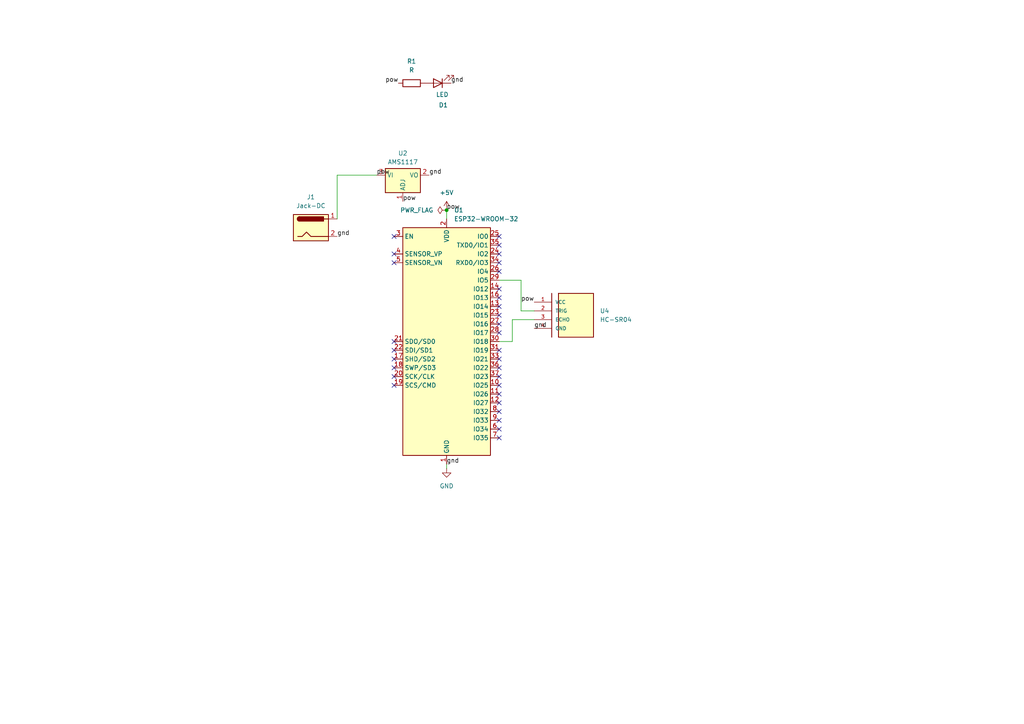
<source format=kicad_sch>
(kicad_sch
	(version 20250114)
	(generator "eeschema")
	(generator_version "9.0")
	(uuid "6c4ca9c7-c934-44a1-b0b7-1df31771ec1a")
	(paper "A4")
	(lib_symbols
		(symbol "Connector:Jack-DC"
			(pin_names
				(offset 1.016)
			)
			(exclude_from_sim no)
			(in_bom yes)
			(on_board yes)
			(property "Reference" "J"
				(at 0 5.334 0)
				(effects
					(font
						(size 1.27 1.27)
					)
				)
			)
			(property "Value" "Jack-DC"
				(at 0 -5.08 0)
				(effects
					(font
						(size 1.27 1.27)
					)
				)
			)
			(property "Footprint" ""
				(at 1.27 -1.016 0)
				(effects
					(font
						(size 1.27 1.27)
					)
					(hide yes)
				)
			)
			(property "Datasheet" "~"
				(at 1.27 -1.016 0)
				(effects
					(font
						(size 1.27 1.27)
					)
					(hide yes)
				)
			)
			(property "Description" "DC Barrel Jack"
				(at 0 0 0)
				(effects
					(font
						(size 1.27 1.27)
					)
					(hide yes)
				)
			)
			(property "ki_keywords" "DC power barrel jack connector"
				(at 0 0 0)
				(effects
					(font
						(size 1.27 1.27)
					)
					(hide yes)
				)
			)
			(property "ki_fp_filters" "BarrelJack*"
				(at 0 0 0)
				(effects
					(font
						(size 1.27 1.27)
					)
					(hide yes)
				)
			)
			(symbol "Jack-DC_0_1"
				(rectangle
					(start -5.08 3.81)
					(end 5.08 -3.81)
					(stroke
						(width 0.254)
						(type default)
					)
					(fill
						(type background)
					)
				)
				(polyline
					(pts
						(xy -3.81 -2.54) (xy -2.54 -2.54) (xy -1.27 -1.27) (xy 0 -2.54) (xy 2.54 -2.54) (xy 5.08 -2.54)
					)
					(stroke
						(width 0.254)
						(type default)
					)
					(fill
						(type none)
					)
				)
				(arc
					(start -3.302 1.905)
					(mid -3.9343 2.54)
					(end -3.302 3.175)
					(stroke
						(width 0.254)
						(type default)
					)
					(fill
						(type none)
					)
				)
				(arc
					(start -3.302 1.905)
					(mid -3.9343 2.54)
					(end -3.302 3.175)
					(stroke
						(width 0.254)
						(type default)
					)
					(fill
						(type outline)
					)
				)
				(rectangle
					(start 3.683 3.175)
					(end -3.302 1.905)
					(stroke
						(width 0.254)
						(type default)
					)
					(fill
						(type outline)
					)
				)
				(polyline
					(pts
						(xy 5.08 2.54) (xy 3.81 2.54)
					)
					(stroke
						(width 0.254)
						(type default)
					)
					(fill
						(type none)
					)
				)
			)
			(symbol "Jack-DC_1_1"
				(pin passive line
					(at 7.62 2.54 180)
					(length 2.54)
					(name "~"
						(effects
							(font
								(size 1.27 1.27)
							)
						)
					)
					(number "1"
						(effects
							(font
								(size 1.27 1.27)
							)
						)
					)
				)
				(pin passive line
					(at 7.62 -2.54 180)
					(length 2.54)
					(name "~"
						(effects
							(font
								(size 1.27 1.27)
							)
						)
					)
					(number "2"
						(effects
							(font
								(size 1.27 1.27)
							)
						)
					)
				)
			)
			(embedded_fonts no)
		)
		(symbol "Device:LED"
			(pin_numbers
				(hide yes)
			)
			(pin_names
				(offset 1.016)
				(hide yes)
			)
			(exclude_from_sim no)
			(in_bom yes)
			(on_board yes)
			(property "Reference" "D"
				(at 0 2.54 0)
				(effects
					(font
						(size 1.27 1.27)
					)
				)
			)
			(property "Value" "LED"
				(at 0 -2.54 0)
				(effects
					(font
						(size 1.27 1.27)
					)
				)
			)
			(property "Footprint" ""
				(at 0 0 0)
				(effects
					(font
						(size 1.27 1.27)
					)
					(hide yes)
				)
			)
			(property "Datasheet" "~"
				(at 0 0 0)
				(effects
					(font
						(size 1.27 1.27)
					)
					(hide yes)
				)
			)
			(property "Description" "Light emitting diode"
				(at 0 0 0)
				(effects
					(font
						(size 1.27 1.27)
					)
					(hide yes)
				)
			)
			(property "Sim.Pins" "1=K 2=A"
				(at 0 0 0)
				(effects
					(font
						(size 1.27 1.27)
					)
					(hide yes)
				)
			)
			(property "ki_keywords" "LED diode"
				(at 0 0 0)
				(effects
					(font
						(size 1.27 1.27)
					)
					(hide yes)
				)
			)
			(property "ki_fp_filters" "LED* LED_SMD:* LED_THT:*"
				(at 0 0 0)
				(effects
					(font
						(size 1.27 1.27)
					)
					(hide yes)
				)
			)
			(symbol "LED_0_1"
				(polyline
					(pts
						(xy -3.048 -0.762) (xy -4.572 -2.286) (xy -3.81 -2.286) (xy -4.572 -2.286) (xy -4.572 -1.524)
					)
					(stroke
						(width 0)
						(type default)
					)
					(fill
						(type none)
					)
				)
				(polyline
					(pts
						(xy -1.778 -0.762) (xy -3.302 -2.286) (xy -2.54 -2.286) (xy -3.302 -2.286) (xy -3.302 -1.524)
					)
					(stroke
						(width 0)
						(type default)
					)
					(fill
						(type none)
					)
				)
				(polyline
					(pts
						(xy -1.27 0) (xy 1.27 0)
					)
					(stroke
						(width 0)
						(type default)
					)
					(fill
						(type none)
					)
				)
				(polyline
					(pts
						(xy -1.27 -1.27) (xy -1.27 1.27)
					)
					(stroke
						(width 0.254)
						(type default)
					)
					(fill
						(type none)
					)
				)
				(polyline
					(pts
						(xy 1.27 -1.27) (xy 1.27 1.27) (xy -1.27 0) (xy 1.27 -1.27)
					)
					(stroke
						(width 0.254)
						(type default)
					)
					(fill
						(type none)
					)
				)
			)
			(symbol "LED_1_1"
				(pin passive line
					(at -3.81 0 0)
					(length 2.54)
					(name "K"
						(effects
							(font
								(size 1.27 1.27)
							)
						)
					)
					(number "1"
						(effects
							(font
								(size 1.27 1.27)
							)
						)
					)
				)
				(pin passive line
					(at 3.81 0 180)
					(length 2.54)
					(name "A"
						(effects
							(font
								(size 1.27 1.27)
							)
						)
					)
					(number "2"
						(effects
							(font
								(size 1.27 1.27)
							)
						)
					)
				)
			)
			(embedded_fonts no)
		)
		(symbol "Device:R"
			(pin_numbers
				(hide yes)
			)
			(pin_names
				(offset 0)
			)
			(exclude_from_sim no)
			(in_bom yes)
			(on_board yes)
			(property "Reference" "R"
				(at 2.032 0 90)
				(effects
					(font
						(size 1.27 1.27)
					)
				)
			)
			(property "Value" "R"
				(at 0 0 90)
				(effects
					(font
						(size 1.27 1.27)
					)
				)
			)
			(property "Footprint" ""
				(at -1.778 0 90)
				(effects
					(font
						(size 1.27 1.27)
					)
					(hide yes)
				)
			)
			(property "Datasheet" "~"
				(at 0 0 0)
				(effects
					(font
						(size 1.27 1.27)
					)
					(hide yes)
				)
			)
			(property "Description" "Resistor"
				(at 0 0 0)
				(effects
					(font
						(size 1.27 1.27)
					)
					(hide yes)
				)
			)
			(property "ki_keywords" "R res resistor"
				(at 0 0 0)
				(effects
					(font
						(size 1.27 1.27)
					)
					(hide yes)
				)
			)
			(property "ki_fp_filters" "R_*"
				(at 0 0 0)
				(effects
					(font
						(size 1.27 1.27)
					)
					(hide yes)
				)
			)
			(symbol "R_0_1"
				(rectangle
					(start -1.016 -2.54)
					(end 1.016 2.54)
					(stroke
						(width 0.254)
						(type default)
					)
					(fill
						(type none)
					)
				)
			)
			(symbol "R_1_1"
				(pin passive line
					(at 0 3.81 270)
					(length 1.27)
					(name "~"
						(effects
							(font
								(size 1.27 1.27)
							)
						)
					)
					(number "1"
						(effects
							(font
								(size 1.27 1.27)
							)
						)
					)
				)
				(pin passive line
					(at 0 -3.81 90)
					(length 1.27)
					(name "~"
						(effects
							(font
								(size 1.27 1.27)
							)
						)
					)
					(number "2"
						(effects
							(font
								(size 1.27 1.27)
							)
						)
					)
				)
			)
			(embedded_fonts no)
		)
		(symbol "HC-SR04:HC-SR04"
			(pin_names
				(offset 1.016)
			)
			(exclude_from_sim no)
			(in_bom yes)
			(on_board yes)
			(property "Reference" "U"
				(at 0 5.08 0)
				(effects
					(font
						(size 1.27 1.27)
					)
					(justify left bottom)
				)
			)
			(property "Value" "HC-SR04"
				(at 0 -10.16 0)
				(effects
					(font
						(size 1.27 1.27)
					)
					(justify left bottom)
				)
			)
			(property "Footprint" "XCVR_HC-SR04"
				(at 0 0 0)
				(effects
					(font
						(size 1.27 1.27)
					)
					(justify left bottom)
					(hide yes)
				)
			)
			(property "Datasheet" ""
				(at 0 0 0)
				(effects
					(font
						(size 1.27 1.27)
					)
					(justify left bottom)
					(hide yes)
				)
			)
			(property "Description" ""
				(at 0 0 0)
				(effects
					(font
						(size 1.27 1.27)
					)
					(hide yes)
				)
			)
			(property "MF" "SparkFun Electronics"
				(at 0 0 0)
				(effects
					(font
						(size 1.27 1.27)
					)
					(justify left bottom)
					(hide yes)
				)
			)
			(property "Description_1" "\\n                        \\n                            HC-SR04 Ultrasonic Sensor Qwiic Platform Evaluation Expansion Board\\n                        \\n"
				(at 0 0 0)
				(effects
					(font
						(size 1.27 1.27)
					)
					(justify left bottom)
					(hide yes)
				)
			)
			(property "Package" "None"
				(at 0 0 0)
				(effects
					(font
						(size 1.27 1.27)
					)
					(justify left bottom)
					(hide yes)
				)
			)
			(property "Price" "None"
				(at 0 0 0)
				(effects
					(font
						(size 1.27 1.27)
					)
					(justify left bottom)
					(hide yes)
				)
			)
			(property "Check_prices" "https://www.snapeda.com/parts/HC-SR04/SparkFun/view-part/?ref=eda"
				(at 0 0 0)
				(effects
					(font
						(size 1.27 1.27)
					)
					(justify left bottom)
					(hide yes)
				)
			)
			(property "SnapEDA_Link" "https://www.snapeda.com/parts/HC-SR04/SparkFun/view-part/?ref=snap"
				(at 0 0 0)
				(effects
					(font
						(size 1.27 1.27)
					)
					(justify left bottom)
					(hide yes)
				)
			)
			(property "MP" "HC-SR04"
				(at 0 0 0)
				(effects
					(font
						(size 1.27 1.27)
					)
					(justify left bottom)
					(hide yes)
				)
			)
			(property "Availability" "Not in stock"
				(at 0 0 0)
				(effects
					(font
						(size 1.27 1.27)
					)
					(justify left bottom)
					(hide yes)
				)
			)
			(property "MANUFACTURER" "Osepp"
				(at 0 0 0)
				(effects
					(font
						(size 1.27 1.27)
					)
					(justify left bottom)
					(hide yes)
				)
			)
			(property "ki_locked" ""
				(at 0 0 0)
				(effects
					(font
						(size 1.27 1.27)
					)
				)
			)
			(symbol "HC-SR04_0_0"
				(polyline
					(pts
						(xy 0 5.08) (xy 0 -7.62)
					)
					(stroke
						(width 0.254)
						(type solid)
					)
					(fill
						(type none)
					)
				)
				(rectangle
					(start 1.9558 -7.62)
					(end 12.1158 5.08)
					(stroke
						(width 0.254)
						(type solid)
					)
					(fill
						(type background)
					)
				)
				(pin power_in line
					(at -5.08 2.54 0)
					(length 5.08)
					(name "VCC"
						(effects
							(font
								(size 1.016 1.016)
							)
						)
					)
					(number "1"
						(effects
							(font
								(size 1.016 1.016)
							)
						)
					)
				)
				(pin bidirectional line
					(at -5.08 0 0)
					(length 5.08)
					(name "TRIG"
						(effects
							(font
								(size 1.016 1.016)
							)
						)
					)
					(number "2"
						(effects
							(font
								(size 1.016 1.016)
							)
						)
					)
				)
				(pin bidirectional line
					(at -5.08 -2.54 0)
					(length 5.08)
					(name "ECHO"
						(effects
							(font
								(size 1.016 1.016)
							)
						)
					)
					(number "3"
						(effects
							(font
								(size 1.016 1.016)
							)
						)
					)
				)
				(pin power_in line
					(at -5.08 -5.08 0)
					(length 5.08)
					(name "GND"
						(effects
							(font
								(size 1.016 1.016)
							)
						)
					)
					(number "4"
						(effects
							(font
								(size 1.016 1.016)
							)
						)
					)
				)
			)
			(embedded_fonts no)
		)
		(symbol "RF_Module:ESP32-WROOM-32"
			(exclude_from_sim no)
			(in_bom yes)
			(on_board yes)
			(property "Reference" "U"
				(at -12.7 34.29 0)
				(effects
					(font
						(size 1.27 1.27)
					)
					(justify left)
				)
			)
			(property "Value" "ESP32-WROOM-32"
				(at 1.27 34.29 0)
				(effects
					(font
						(size 1.27 1.27)
					)
					(justify left)
				)
			)
			(property "Footprint" "RF_Module:ESP32-WROOM-32"
				(at 0 -38.1 0)
				(effects
					(font
						(size 1.27 1.27)
					)
					(hide yes)
				)
			)
			(property "Datasheet" "https://www.espressif.com/sites/default/files/documentation/esp32-wroom-32_datasheet_en.pdf"
				(at -7.62 1.27 0)
				(effects
					(font
						(size 1.27 1.27)
					)
					(hide yes)
				)
			)
			(property "Description" "RF Module, ESP32-D0WDQ6 SoC, Wi-Fi 802.11b/g/n, Bluetooth, BLE, 32-bit, 2.7-3.6V, onboard antenna, SMD"
				(at 0 0 0)
				(effects
					(font
						(size 1.27 1.27)
					)
					(hide yes)
				)
			)
			(property "ki_keywords" "RF Radio BT ESP ESP32 Espressif onboard PCB antenna"
				(at 0 0 0)
				(effects
					(font
						(size 1.27 1.27)
					)
					(hide yes)
				)
			)
			(property "ki_fp_filters" "ESP32?WROOM?32*"
				(at 0 0 0)
				(effects
					(font
						(size 1.27 1.27)
					)
					(hide yes)
				)
			)
			(symbol "ESP32-WROOM-32_0_1"
				(rectangle
					(start -12.7 33.02)
					(end 12.7 -33.02)
					(stroke
						(width 0.254)
						(type default)
					)
					(fill
						(type background)
					)
				)
			)
			(symbol "ESP32-WROOM-32_1_1"
				(pin input line
					(at -15.24 30.48 0)
					(length 2.54)
					(name "EN"
						(effects
							(font
								(size 1.27 1.27)
							)
						)
					)
					(number "3"
						(effects
							(font
								(size 1.27 1.27)
							)
						)
					)
				)
				(pin input line
					(at -15.24 25.4 0)
					(length 2.54)
					(name "SENSOR_VP"
						(effects
							(font
								(size 1.27 1.27)
							)
						)
					)
					(number "4"
						(effects
							(font
								(size 1.27 1.27)
							)
						)
					)
				)
				(pin input line
					(at -15.24 22.86 0)
					(length 2.54)
					(name "SENSOR_VN"
						(effects
							(font
								(size 1.27 1.27)
							)
						)
					)
					(number "5"
						(effects
							(font
								(size 1.27 1.27)
							)
						)
					)
				)
				(pin bidirectional line
					(at -15.24 0 0)
					(length 2.54)
					(name "SDO/SD0"
						(effects
							(font
								(size 1.27 1.27)
							)
						)
					)
					(number "21"
						(effects
							(font
								(size 1.27 1.27)
							)
						)
					)
				)
				(pin bidirectional line
					(at -15.24 -2.54 0)
					(length 2.54)
					(name "SDI/SD1"
						(effects
							(font
								(size 1.27 1.27)
							)
						)
					)
					(number "22"
						(effects
							(font
								(size 1.27 1.27)
							)
						)
					)
				)
				(pin bidirectional line
					(at -15.24 -5.08 0)
					(length 2.54)
					(name "SHD/SD2"
						(effects
							(font
								(size 1.27 1.27)
							)
						)
					)
					(number "17"
						(effects
							(font
								(size 1.27 1.27)
							)
						)
					)
				)
				(pin bidirectional line
					(at -15.24 -7.62 0)
					(length 2.54)
					(name "SWP/SD3"
						(effects
							(font
								(size 1.27 1.27)
							)
						)
					)
					(number "18"
						(effects
							(font
								(size 1.27 1.27)
							)
						)
					)
				)
				(pin bidirectional line
					(at -15.24 -10.16 0)
					(length 2.54)
					(name "SCK/CLK"
						(effects
							(font
								(size 1.27 1.27)
							)
						)
					)
					(number "20"
						(effects
							(font
								(size 1.27 1.27)
							)
						)
					)
				)
				(pin bidirectional line
					(at -15.24 -12.7 0)
					(length 2.54)
					(name "SCS/CMD"
						(effects
							(font
								(size 1.27 1.27)
							)
						)
					)
					(number "19"
						(effects
							(font
								(size 1.27 1.27)
							)
						)
					)
				)
				(pin no_connect line
					(at -12.7 -27.94 0)
					(length 2.54)
					(hide yes)
					(name "NC"
						(effects
							(font
								(size 1.27 1.27)
							)
						)
					)
					(number "32"
						(effects
							(font
								(size 1.27 1.27)
							)
						)
					)
				)
				(pin power_in line
					(at 0 35.56 270)
					(length 2.54)
					(name "VDD"
						(effects
							(font
								(size 1.27 1.27)
							)
						)
					)
					(number "2"
						(effects
							(font
								(size 1.27 1.27)
							)
						)
					)
				)
				(pin power_in line
					(at 0 -35.56 90)
					(length 2.54)
					(name "GND"
						(effects
							(font
								(size 1.27 1.27)
							)
						)
					)
					(number "1"
						(effects
							(font
								(size 1.27 1.27)
							)
						)
					)
				)
				(pin passive line
					(at 0 -35.56 90)
					(length 2.54)
					(hide yes)
					(name "GND"
						(effects
							(font
								(size 1.27 1.27)
							)
						)
					)
					(number "15"
						(effects
							(font
								(size 1.27 1.27)
							)
						)
					)
				)
				(pin passive line
					(at 0 -35.56 90)
					(length 2.54)
					(hide yes)
					(name "GND"
						(effects
							(font
								(size 1.27 1.27)
							)
						)
					)
					(number "38"
						(effects
							(font
								(size 1.27 1.27)
							)
						)
					)
				)
				(pin passive line
					(at 0 -35.56 90)
					(length 2.54)
					(hide yes)
					(name "GND"
						(effects
							(font
								(size 1.27 1.27)
							)
						)
					)
					(number "39"
						(effects
							(font
								(size 1.27 1.27)
							)
						)
					)
				)
				(pin bidirectional line
					(at 15.24 30.48 180)
					(length 2.54)
					(name "IO0"
						(effects
							(font
								(size 1.27 1.27)
							)
						)
					)
					(number "25"
						(effects
							(font
								(size 1.27 1.27)
							)
						)
					)
				)
				(pin bidirectional line
					(at 15.24 27.94 180)
					(length 2.54)
					(name "TXD0/IO1"
						(effects
							(font
								(size 1.27 1.27)
							)
						)
					)
					(number "35"
						(effects
							(font
								(size 1.27 1.27)
							)
						)
					)
				)
				(pin bidirectional line
					(at 15.24 25.4 180)
					(length 2.54)
					(name "IO2"
						(effects
							(font
								(size 1.27 1.27)
							)
						)
					)
					(number "24"
						(effects
							(font
								(size 1.27 1.27)
							)
						)
					)
				)
				(pin bidirectional line
					(at 15.24 22.86 180)
					(length 2.54)
					(name "RXD0/IO3"
						(effects
							(font
								(size 1.27 1.27)
							)
						)
					)
					(number "34"
						(effects
							(font
								(size 1.27 1.27)
							)
						)
					)
				)
				(pin bidirectional line
					(at 15.24 20.32 180)
					(length 2.54)
					(name "IO4"
						(effects
							(font
								(size 1.27 1.27)
							)
						)
					)
					(number "26"
						(effects
							(font
								(size 1.27 1.27)
							)
						)
					)
				)
				(pin bidirectional line
					(at 15.24 17.78 180)
					(length 2.54)
					(name "IO5"
						(effects
							(font
								(size 1.27 1.27)
							)
						)
					)
					(number "29"
						(effects
							(font
								(size 1.27 1.27)
							)
						)
					)
				)
				(pin bidirectional line
					(at 15.24 15.24 180)
					(length 2.54)
					(name "IO12"
						(effects
							(font
								(size 1.27 1.27)
							)
						)
					)
					(number "14"
						(effects
							(font
								(size 1.27 1.27)
							)
						)
					)
				)
				(pin bidirectional line
					(at 15.24 12.7 180)
					(length 2.54)
					(name "IO13"
						(effects
							(font
								(size 1.27 1.27)
							)
						)
					)
					(number "16"
						(effects
							(font
								(size 1.27 1.27)
							)
						)
					)
				)
				(pin bidirectional line
					(at 15.24 10.16 180)
					(length 2.54)
					(name "IO14"
						(effects
							(font
								(size 1.27 1.27)
							)
						)
					)
					(number "13"
						(effects
							(font
								(size 1.27 1.27)
							)
						)
					)
				)
				(pin bidirectional line
					(at 15.24 7.62 180)
					(length 2.54)
					(name "IO15"
						(effects
							(font
								(size 1.27 1.27)
							)
						)
					)
					(number "23"
						(effects
							(font
								(size 1.27 1.27)
							)
						)
					)
				)
				(pin bidirectional line
					(at 15.24 5.08 180)
					(length 2.54)
					(name "IO16"
						(effects
							(font
								(size 1.27 1.27)
							)
						)
					)
					(number "27"
						(effects
							(font
								(size 1.27 1.27)
							)
						)
					)
				)
				(pin bidirectional line
					(at 15.24 2.54 180)
					(length 2.54)
					(name "IO17"
						(effects
							(font
								(size 1.27 1.27)
							)
						)
					)
					(number "28"
						(effects
							(font
								(size 1.27 1.27)
							)
						)
					)
				)
				(pin bidirectional line
					(at 15.24 0 180)
					(length 2.54)
					(name "IO18"
						(effects
							(font
								(size 1.27 1.27)
							)
						)
					)
					(number "30"
						(effects
							(font
								(size 1.27 1.27)
							)
						)
					)
				)
				(pin bidirectional line
					(at 15.24 -2.54 180)
					(length 2.54)
					(name "IO19"
						(effects
							(font
								(size 1.27 1.27)
							)
						)
					)
					(number "31"
						(effects
							(font
								(size 1.27 1.27)
							)
						)
					)
				)
				(pin bidirectional line
					(at 15.24 -5.08 180)
					(length 2.54)
					(name "IO21"
						(effects
							(font
								(size 1.27 1.27)
							)
						)
					)
					(number "33"
						(effects
							(font
								(size 1.27 1.27)
							)
						)
					)
				)
				(pin bidirectional line
					(at 15.24 -7.62 180)
					(length 2.54)
					(name "IO22"
						(effects
							(font
								(size 1.27 1.27)
							)
						)
					)
					(number "36"
						(effects
							(font
								(size 1.27 1.27)
							)
						)
					)
				)
				(pin bidirectional line
					(at 15.24 -10.16 180)
					(length 2.54)
					(name "IO23"
						(effects
							(font
								(size 1.27 1.27)
							)
						)
					)
					(number "37"
						(effects
							(font
								(size 1.27 1.27)
							)
						)
					)
				)
				(pin bidirectional line
					(at 15.24 -12.7 180)
					(length 2.54)
					(name "IO25"
						(effects
							(font
								(size 1.27 1.27)
							)
						)
					)
					(number "10"
						(effects
							(font
								(size 1.27 1.27)
							)
						)
					)
				)
				(pin bidirectional line
					(at 15.24 -15.24 180)
					(length 2.54)
					(name "IO26"
						(effects
							(font
								(size 1.27 1.27)
							)
						)
					)
					(number "11"
						(effects
							(font
								(size 1.27 1.27)
							)
						)
					)
				)
				(pin bidirectional line
					(at 15.24 -17.78 180)
					(length 2.54)
					(name "IO27"
						(effects
							(font
								(size 1.27 1.27)
							)
						)
					)
					(number "12"
						(effects
							(font
								(size 1.27 1.27)
							)
						)
					)
				)
				(pin bidirectional line
					(at 15.24 -20.32 180)
					(length 2.54)
					(name "IO32"
						(effects
							(font
								(size 1.27 1.27)
							)
						)
					)
					(number "8"
						(effects
							(font
								(size 1.27 1.27)
							)
						)
					)
				)
				(pin bidirectional line
					(at 15.24 -22.86 180)
					(length 2.54)
					(name "IO33"
						(effects
							(font
								(size 1.27 1.27)
							)
						)
					)
					(number "9"
						(effects
							(font
								(size 1.27 1.27)
							)
						)
					)
				)
				(pin input line
					(at 15.24 -25.4 180)
					(length 2.54)
					(name "IO34"
						(effects
							(font
								(size 1.27 1.27)
							)
						)
					)
					(number "6"
						(effects
							(font
								(size 1.27 1.27)
							)
						)
					)
				)
				(pin input line
					(at 15.24 -27.94 180)
					(length 2.54)
					(name "IO35"
						(effects
							(font
								(size 1.27 1.27)
							)
						)
					)
					(number "7"
						(effects
							(font
								(size 1.27 1.27)
							)
						)
					)
				)
			)
			(embedded_fonts no)
		)
		(symbol "Regulator_Linear:AMS1117"
			(exclude_from_sim no)
			(in_bom yes)
			(on_board yes)
			(property "Reference" "U"
				(at -3.81 3.175 0)
				(effects
					(font
						(size 1.27 1.27)
					)
				)
			)
			(property "Value" "AMS1117"
				(at 0 3.175 0)
				(effects
					(font
						(size 1.27 1.27)
					)
					(justify left)
				)
			)
			(property "Footprint" "Package_TO_SOT_SMD:SOT-223-3_TabPin2"
				(at 0 5.08 0)
				(effects
					(font
						(size 1.27 1.27)
					)
					(hide yes)
				)
			)
			(property "Datasheet" "http://www.advanced-monolithic.com/pdf/ds1117.pdf"
				(at 2.54 -6.35 0)
				(effects
					(font
						(size 1.27 1.27)
					)
					(hide yes)
				)
			)
			(property "Description" "1A Low Dropout regulator, positive, adjustable output, SOT-223"
				(at 0 0 0)
				(effects
					(font
						(size 1.27 1.27)
					)
					(hide yes)
				)
			)
			(property "ki_keywords" "linear regulator ldo adjustable positive"
				(at 0 0 0)
				(effects
					(font
						(size 1.27 1.27)
					)
					(hide yes)
				)
			)
			(property "ki_fp_filters" "SOT?223*TabPin2*"
				(at 0 0 0)
				(effects
					(font
						(size 1.27 1.27)
					)
					(hide yes)
				)
			)
			(symbol "AMS1117_0_1"
				(rectangle
					(start -5.08 -5.08)
					(end 5.08 1.905)
					(stroke
						(width 0.254)
						(type default)
					)
					(fill
						(type background)
					)
				)
			)
			(symbol "AMS1117_1_1"
				(pin power_in line
					(at -7.62 0 0)
					(length 2.54)
					(name "VI"
						(effects
							(font
								(size 1.27 1.27)
							)
						)
					)
					(number "3"
						(effects
							(font
								(size 1.27 1.27)
							)
						)
					)
				)
				(pin input line
					(at 0 -7.62 90)
					(length 2.54)
					(name "ADJ"
						(effects
							(font
								(size 1.27 1.27)
							)
						)
					)
					(number "1"
						(effects
							(font
								(size 1.27 1.27)
							)
						)
					)
				)
				(pin power_out line
					(at 7.62 0 180)
					(length 2.54)
					(name "VO"
						(effects
							(font
								(size 1.27 1.27)
							)
						)
					)
					(number "2"
						(effects
							(font
								(size 1.27 1.27)
							)
						)
					)
				)
			)
			(embedded_fonts no)
		)
		(symbol "power:+5V"
			(power)
			(pin_numbers
				(hide yes)
			)
			(pin_names
				(offset 0)
				(hide yes)
			)
			(exclude_from_sim no)
			(in_bom yes)
			(on_board yes)
			(property "Reference" "#PWR"
				(at 0 -3.81 0)
				(effects
					(font
						(size 1.27 1.27)
					)
					(hide yes)
				)
			)
			(property "Value" "+5V"
				(at 0 3.556 0)
				(effects
					(font
						(size 1.27 1.27)
					)
				)
			)
			(property "Footprint" ""
				(at 0 0 0)
				(effects
					(font
						(size 1.27 1.27)
					)
					(hide yes)
				)
			)
			(property "Datasheet" ""
				(at 0 0 0)
				(effects
					(font
						(size 1.27 1.27)
					)
					(hide yes)
				)
			)
			(property "Description" "Power symbol creates a global label with name \"+5V\""
				(at 0 0 0)
				(effects
					(font
						(size 1.27 1.27)
					)
					(hide yes)
				)
			)
			(property "ki_keywords" "global power"
				(at 0 0 0)
				(effects
					(font
						(size 1.27 1.27)
					)
					(hide yes)
				)
			)
			(symbol "+5V_0_1"
				(polyline
					(pts
						(xy -0.762 1.27) (xy 0 2.54)
					)
					(stroke
						(width 0)
						(type default)
					)
					(fill
						(type none)
					)
				)
				(polyline
					(pts
						(xy 0 2.54) (xy 0.762 1.27)
					)
					(stroke
						(width 0)
						(type default)
					)
					(fill
						(type none)
					)
				)
				(polyline
					(pts
						(xy 0 0) (xy 0 2.54)
					)
					(stroke
						(width 0)
						(type default)
					)
					(fill
						(type none)
					)
				)
			)
			(symbol "+5V_1_1"
				(pin power_in line
					(at 0 0 90)
					(length 0)
					(name "~"
						(effects
							(font
								(size 1.27 1.27)
							)
						)
					)
					(number "1"
						(effects
							(font
								(size 1.27 1.27)
							)
						)
					)
				)
			)
			(embedded_fonts no)
		)
		(symbol "power:GND"
			(power)
			(pin_numbers
				(hide yes)
			)
			(pin_names
				(offset 0)
				(hide yes)
			)
			(exclude_from_sim no)
			(in_bom yes)
			(on_board yes)
			(property "Reference" "#PWR"
				(at 0 -6.35 0)
				(effects
					(font
						(size 1.27 1.27)
					)
					(hide yes)
				)
			)
			(property "Value" "GND"
				(at 0 -3.81 0)
				(effects
					(font
						(size 1.27 1.27)
					)
				)
			)
			(property "Footprint" ""
				(at 0 0 0)
				(effects
					(font
						(size 1.27 1.27)
					)
					(hide yes)
				)
			)
			(property "Datasheet" ""
				(at 0 0 0)
				(effects
					(font
						(size 1.27 1.27)
					)
					(hide yes)
				)
			)
			(property "Description" "Power symbol creates a global label with name \"GND\" , ground"
				(at 0 0 0)
				(effects
					(font
						(size 1.27 1.27)
					)
					(hide yes)
				)
			)
			(property "ki_keywords" "global power"
				(at 0 0 0)
				(effects
					(font
						(size 1.27 1.27)
					)
					(hide yes)
				)
			)
			(symbol "GND_0_1"
				(polyline
					(pts
						(xy 0 0) (xy 0 -1.27) (xy 1.27 -1.27) (xy 0 -2.54) (xy -1.27 -1.27) (xy 0 -1.27)
					)
					(stroke
						(width 0)
						(type default)
					)
					(fill
						(type none)
					)
				)
			)
			(symbol "GND_1_1"
				(pin power_in line
					(at 0 0 270)
					(length 0)
					(name "~"
						(effects
							(font
								(size 1.27 1.27)
							)
						)
					)
					(number "1"
						(effects
							(font
								(size 1.27 1.27)
							)
						)
					)
				)
			)
			(embedded_fonts no)
		)
		(symbol "power:PWR_FLAG"
			(power)
			(pin_numbers
				(hide yes)
			)
			(pin_names
				(offset 0)
				(hide yes)
			)
			(exclude_from_sim no)
			(in_bom yes)
			(on_board yes)
			(property "Reference" "#FLG"
				(at 0 1.905 0)
				(effects
					(font
						(size 1.27 1.27)
					)
					(hide yes)
				)
			)
			(property "Value" "PWR_FLAG"
				(at 0 3.81 0)
				(effects
					(font
						(size 1.27 1.27)
					)
				)
			)
			(property "Footprint" ""
				(at 0 0 0)
				(effects
					(font
						(size 1.27 1.27)
					)
					(hide yes)
				)
			)
			(property "Datasheet" "~"
				(at 0 0 0)
				(effects
					(font
						(size 1.27 1.27)
					)
					(hide yes)
				)
			)
			(property "Description" "Special symbol for telling ERC where power comes from"
				(at 0 0 0)
				(effects
					(font
						(size 1.27 1.27)
					)
					(hide yes)
				)
			)
			(property "ki_keywords" "flag power"
				(at 0 0 0)
				(effects
					(font
						(size 1.27 1.27)
					)
					(hide yes)
				)
			)
			(symbol "PWR_FLAG_0_0"
				(pin power_out line
					(at 0 0 90)
					(length 0)
					(name "~"
						(effects
							(font
								(size 1.27 1.27)
							)
						)
					)
					(number "1"
						(effects
							(font
								(size 1.27 1.27)
							)
						)
					)
				)
			)
			(symbol "PWR_FLAG_0_1"
				(polyline
					(pts
						(xy 0 0) (xy 0 1.27) (xy -1.016 1.905) (xy 0 2.54) (xy 1.016 1.905) (xy 0 1.27)
					)
					(stroke
						(width 0)
						(type default)
					)
					(fill
						(type none)
					)
				)
			)
			(embedded_fonts no)
		)
	)
	(junction
		(at 129.54 60.96)
		(diameter 0)
		(color 0 0 0 0)
		(uuid "d4e9859c-034c-4d2e-85ec-c062863f91d0")
	)
	(no_connect
		(at 144.78 88.9)
		(uuid "029a75b5-3b2d-45db-b623-849d3755fc95")
	)
	(no_connect
		(at 144.78 109.22)
		(uuid "0746e87c-8aff-49e3-9d60-a4a8166e60d9")
	)
	(no_connect
		(at 114.3 111.76)
		(uuid "0bcb4b17-a698-46ef-9035-905a76a5d0f5")
	)
	(no_connect
		(at 144.78 114.3)
		(uuid "0bf72008-e39d-45ae-83d7-ebdb9995393f")
	)
	(no_connect
		(at 144.78 78.74)
		(uuid "0cb952ee-47cc-4076-98ed-4ed5301f018a")
	)
	(no_connect
		(at 144.78 73.66)
		(uuid "0f6e59b1-84e5-4411-8ecb-67105af51944")
	)
	(no_connect
		(at 144.78 121.92)
		(uuid "12896695-a137-4be6-aceb-f8e88f910fee")
	)
	(no_connect
		(at 114.3 73.66)
		(uuid "1e9ca2eb-fe3d-4ea0-8084-6783d324872d")
	)
	(no_connect
		(at 144.78 91.44)
		(uuid "258d1e12-ca5c-488f-b0d3-11dedac06d82")
	)
	(no_connect
		(at 144.78 96.52)
		(uuid "29c529aa-bd91-43c6-9a3d-d224bbd5ff0d")
	)
	(no_connect
		(at 144.78 104.14)
		(uuid "30131d11-9ddf-43bf-98b5-679ca44c87bf")
	)
	(no_connect
		(at 114.3 104.14)
		(uuid "3d1220da-bb8e-4746-99c9-ab6d22a257ec")
	)
	(no_connect
		(at 144.78 83.82)
		(uuid "3dec5dcb-dc10-4143-a773-82c0f3a17d06")
	)
	(no_connect
		(at 144.78 76.2)
		(uuid "42362d42-126a-4475-8a4c-af7fd2203a07")
	)
	(no_connect
		(at 144.78 111.76)
		(uuid "4524b5a7-d62c-4d1e-98d4-f54464882c86")
	)
	(no_connect
		(at 144.78 68.58)
		(uuid "4ed65b9b-badb-4927-8c7c-30f416502110")
	)
	(no_connect
		(at 144.78 124.46)
		(uuid "628a998b-dd46-44c1-9287-65ad4bb05e1e")
	)
	(no_connect
		(at 144.78 101.6)
		(uuid "6a689c49-0145-4114-a382-9d4541ad9c04")
	)
	(no_connect
		(at 144.78 93.98)
		(uuid "6da149b0-db2d-48df-b268-0de4237e629a")
	)
	(no_connect
		(at 114.3 109.22)
		(uuid "70b2121b-0f0e-4553-818d-ac1e3f73dfe5")
	)
	(no_connect
		(at 114.3 76.2)
		(uuid "72b24205-58cf-44d0-8cbf-c86b35939254")
	)
	(no_connect
		(at 114.3 101.6)
		(uuid "7667ef57-2579-4e4c-b157-91cf94612fe0")
	)
	(no_connect
		(at 114.3 68.58)
		(uuid "95133517-e0a6-4f9e-9973-4042daeebf25")
	)
	(no_connect
		(at 144.78 119.38)
		(uuid "977ec389-34c9-4740-8fc1-fc42cc3b0da6")
	)
	(no_connect
		(at 144.78 106.68)
		(uuid "a6457438-c9f8-407e-83ab-a58ba4c18522")
	)
	(no_connect
		(at 144.78 86.36)
		(uuid "a90db196-d4fd-4902-bf55-57c799151895")
	)
	(no_connect
		(at 114.3 106.68)
		(uuid "aed52906-0bf1-470c-9b59-9e6a383a0f2e")
	)
	(no_connect
		(at 144.78 127)
		(uuid "c1b1ead9-d0c6-4488-8e80-6e7b81102df4")
	)
	(no_connect
		(at 144.78 71.12)
		(uuid "c7232bad-f8de-4979-a938-08b8eb8b8cc1")
	)
	(no_connect
		(at 144.78 116.84)
		(uuid "d3bfbd8d-084f-415f-a420-dd2757d725e9")
	)
	(no_connect
		(at 114.3 99.06)
		(uuid "e034deec-95fe-4adf-9267-3585284aeaaf")
	)
	(wire
		(pts
			(xy 144.78 99.06) (xy 148.59 99.06)
		)
		(stroke
			(width 0)
			(type default)
		)
		(uuid "08976765-b530-47cc-aae8-a3a5b4700f2f")
	)
	(wire
		(pts
			(xy 129.54 134.62) (xy 129.54 135.89)
		)
		(stroke
			(width 0)
			(type default)
		)
		(uuid "0ec8c496-ab8a-4a49-a055-66098a8e823a")
	)
	(wire
		(pts
			(xy 129.54 60.96) (xy 129.54 63.5)
		)
		(stroke
			(width 0)
			(type default)
		)
		(uuid "23e90cfc-3a7a-4d3a-9fdd-906ff1f17c7f")
	)
	(wire
		(pts
			(xy 151.13 81.28) (xy 151.13 90.17)
		)
		(stroke
			(width 0)
			(type default)
		)
		(uuid "61fa2c5a-3074-46b7-ab64-7c235adbcfbe")
	)
	(wire
		(pts
			(xy 148.59 99.06) (xy 148.59 92.71)
		)
		(stroke
			(width 0)
			(type default)
		)
		(uuid "81ccc7bb-9bd0-4b2e-ba52-c9a63740c17c")
	)
	(wire
		(pts
			(xy 97.79 63.5) (xy 97.79 50.8)
		)
		(stroke
			(width 0)
			(type default)
		)
		(uuid "8eb9f093-927e-43e2-ba80-f9544ed9d05a")
	)
	(wire
		(pts
			(xy 144.78 81.28) (xy 151.13 81.28)
		)
		(stroke
			(width 0)
			(type default)
		)
		(uuid "be0b80dd-cc51-4d6b-afc9-0074c1d294cc")
	)
	(wire
		(pts
			(xy 148.59 92.71) (xy 154.94 92.71)
		)
		(stroke
			(width 0)
			(type default)
		)
		(uuid "e0891c2c-632a-4ea0-bbd0-45bbd412c09b")
	)
	(wire
		(pts
			(xy 97.79 50.8) (xy 109.22 50.8)
		)
		(stroke
			(width 0)
			(type default)
		)
		(uuid "f4be75b0-0abd-4662-bda7-4d5540edc393")
	)
	(wire
		(pts
			(xy 151.13 90.17) (xy 154.94 90.17)
		)
		(stroke
			(width 0)
			(type default)
		)
		(uuid "fda163c3-3e44-48d2-9823-87dc92a30ffe")
	)
	(label "gnd"
		(at 154.94 95.25 0)
		(effects
			(font
				(size 1.27 1.27)
			)
			(justify left bottom)
		)
		(uuid "16373be0-faaf-48ff-bae5-faba8bf6570d")
	)
	(label "pow"
		(at 115.57 24.13 180)
		(effects
			(font
				(size 1.27 1.27)
			)
			(justify right bottom)
		)
		(uuid "1969d79c-0107-4550-af9d-0db80089f0b6")
	)
	(label "gnd"
		(at 129.54 134.62 0)
		(effects
			(font
				(size 1.27 1.27)
			)
			(justify left bottom)
		)
		(uuid "269e5cd3-ea52-4b88-9dc3-e3cc6510b0a4")
	)
	(label "pow"
		(at 109.22 50.8 0)
		(effects
			(font
				(size 1.27 1.27)
			)
			(justify left bottom)
		)
		(uuid "4e77bbc3-55f8-4a25-b075-7c59b0b91d68")
	)
	(label "gnd"
		(at 124.46 50.8 0)
		(effects
			(font
				(size 1.27 1.27)
			)
			(justify left bottom)
		)
		(uuid "53920091-e86d-47a0-bccb-d20216267363")
	)
	(label "pow"
		(at 154.94 87.63 180)
		(effects
			(font
				(size 1.27 1.27)
			)
			(justify right bottom)
		)
		(uuid "58938192-9e68-463c-9a6a-66951c081d3f")
	)
	(label "gnd"
		(at 130.81 24.13 0)
		(effects
			(font
				(size 1.27 1.27)
			)
			(justify left bottom)
		)
		(uuid "59b099f4-e953-4c2a-9099-fbd41560b6bc")
	)
	(label "gnd"
		(at 97.79 68.58 0)
		(effects
			(font
				(size 1.27 1.27)
			)
			(justify left bottom)
		)
		(uuid "953feef5-a45a-41e8-aadb-c7d150ba4e6e")
	)
	(label "pow"
		(at 129.54 60.96 0)
		(effects
			(font
				(size 1.27 1.27)
			)
			(justify left bottom)
		)
		(uuid "f26de45f-4f99-4b46-95a6-ecc3087f8412")
	)
	(label "pow"
		(at 116.84 58.42 0)
		(effects
			(font
				(size 1.27 1.27)
			)
			(justify left bottom)
		)
		(uuid "fc3fabc5-fc58-4f1d-a54f-864e4bf47feb")
	)
	(symbol
		(lib_id "Regulator_Linear:AMS1117")
		(at 116.84 50.8 0)
		(unit 1)
		(exclude_from_sim no)
		(in_bom yes)
		(on_board yes)
		(dnp no)
		(fields_autoplaced yes)
		(uuid "0bb15e44-58f9-4aa7-bfad-d0cea5b5e0ca")
		(property "Reference" "U2"
			(at 116.84 44.45 0)
			(effects
				(font
					(size 1.27 1.27)
				)
			)
		)
		(property "Value" "AMS1117"
			(at 116.84 46.99 0)
			(effects
				(font
					(size 1.27 1.27)
				)
			)
		)
		(property "Footprint" "Package_TO_SOT_SMD:SOT-223-3_TabPin2"
			(at 116.84 45.72 0)
			(effects
				(font
					(size 1.27 1.27)
				)
				(hide yes)
			)
		)
		(property "Datasheet" "http://www.advanced-monolithic.com/pdf/ds1117.pdf"
			(at 119.38 57.15 0)
			(effects
				(font
					(size 1.27 1.27)
				)
				(hide yes)
			)
		)
		(property "Description" "1A Low Dropout regulator, positive, adjustable output, SOT-223"
			(at 116.84 50.8 0)
			(effects
				(font
					(size 1.27 1.27)
				)
				(hide yes)
			)
		)
		(pin "2"
			(uuid "54f3003c-9660-4c4c-89ad-a3950332754d")
		)
		(pin "1"
			(uuid "c2178c03-d561-4123-a95b-bfdc49ce0aa9")
		)
		(pin "3"
			(uuid "f1cde183-f90a-40f3-a1ec-7ea23131ca17")
		)
		(instances
			(project ""
				(path "/6c4ca9c7-c934-44a1-b0b7-1df31771ec1a"
					(reference "U2")
					(unit 1)
				)
			)
		)
	)
	(symbol
		(lib_id "power:PWR_FLAG")
		(at 129.54 60.96 90)
		(unit 1)
		(exclude_from_sim no)
		(in_bom yes)
		(on_board yes)
		(dnp no)
		(fields_autoplaced yes)
		(uuid "0e53bb54-5a00-428a-8d92-9cf231c766d7")
		(property "Reference" "#FLG01"
			(at 127.635 60.96 0)
			(effects
				(font
					(size 1.27 1.27)
				)
				(hide yes)
			)
		)
		(property "Value" "PWR_FLAG"
			(at 125.73 60.9599 90)
			(effects
				(font
					(size 1.27 1.27)
				)
				(justify left)
			)
		)
		(property "Footprint" ""
			(at 129.54 60.96 0)
			(effects
				(font
					(size 1.27 1.27)
				)
				(hide yes)
			)
		)
		(property "Datasheet" "~"
			(at 129.54 60.96 0)
			(effects
				(font
					(size 1.27 1.27)
				)
				(hide yes)
			)
		)
		(property "Description" "Special symbol for telling ERC where power comes from"
			(at 129.54 60.96 0)
			(effects
				(font
					(size 1.27 1.27)
				)
				(hide yes)
			)
		)
		(pin "1"
			(uuid "6bd52f3b-19ef-4c63-9922-4fd94fce596b")
		)
		(instances
			(project ""
				(path "/6c4ca9c7-c934-44a1-b0b7-1df31771ec1a"
					(reference "#FLG01")
					(unit 1)
				)
			)
		)
	)
	(symbol
		(lib_id "RF_Module:ESP32-WROOM-32")
		(at 129.54 99.06 0)
		(unit 1)
		(exclude_from_sim no)
		(in_bom yes)
		(on_board yes)
		(dnp no)
		(fields_autoplaced yes)
		(uuid "151d389d-b669-49ec-898d-e28da2b62678")
		(property "Reference" "U1"
			(at 131.6833 60.96 0)
			(effects
				(font
					(size 1.27 1.27)
				)
				(justify left)
			)
		)
		(property "Value" "ESP32-WROOM-32"
			(at 131.6833 63.5 0)
			(effects
				(font
					(size 1.27 1.27)
				)
				(justify left)
			)
		)
		(property "Footprint" "RF_Module:ESP32-WROOM-32"
			(at 129.54 137.16 0)
			(effects
				(font
					(size 1.27 1.27)
				)
				(hide yes)
			)
		)
		(property "Datasheet" "https://www.espressif.com/sites/default/files/documentation/esp32-wroom-32_datasheet_en.pdf"
			(at 121.92 97.79 0)
			(effects
				(font
					(size 1.27 1.27)
				)
				(hide yes)
			)
		)
		(property "Description" "RF Module, ESP32-D0WDQ6 SoC, Wi-Fi 802.11b/g/n, Bluetooth, BLE, 32-bit, 2.7-3.6V, onboard antenna, SMD"
			(at 129.54 99.06 0)
			(effects
				(font
					(size 1.27 1.27)
				)
				(hide yes)
			)
		)
		(pin "4"
			(uuid "28fa91a3-1797-4fc7-a5d0-8fd58d6e3fce")
		)
		(pin "3"
			(uuid "1e5aa0cc-482a-4180-903f-8108867d2772")
		)
		(pin "38"
			(uuid "5c816a4d-8dec-44da-a671-524e41c0c453")
		)
		(pin "23"
			(uuid "01db7f6b-c14d-40b4-bb57-4e0db877cb32")
		)
		(pin "28"
			(uuid "46503ae1-68dd-429e-995f-ff4c83338bff")
		)
		(pin "31"
			(uuid "639a87e5-4104-432b-b85c-30eb96d1e381")
		)
		(pin "36"
			(uuid "dd970875-f2cb-403f-a689-419ea075cc55")
		)
		(pin "13"
			(uuid "d5702ca9-05ce-47e9-8d40-22245d726a7f")
		)
		(pin "34"
			(uuid "17230934-bd5c-4992-b741-4cc3f2bbf860")
		)
		(pin "22"
			(uuid "b80ffddd-0a79-4c22-b41a-b6732d331c6c")
		)
		(pin "26"
			(uuid "e6585dee-2cb9-4eda-a356-1d88d9dd1700")
		)
		(pin "17"
			(uuid "9758084d-bc41-429b-92c1-a222b0b8bef3")
		)
		(pin "1"
			(uuid "7f116fcd-bf4f-4672-8cf9-93c870ee6dbc")
		)
		(pin "5"
			(uuid "4884e490-e191-43f5-a308-9f9b550fddb9")
		)
		(pin "32"
			(uuid "55052e27-d4fc-4778-bb16-ad41a0b26466")
		)
		(pin "35"
			(uuid "1347a9eb-942f-45e5-b77f-406a2dc922ed")
		)
		(pin "20"
			(uuid "94d4f790-7762-4ca5-80ea-2ea2cae0ee75")
		)
		(pin "19"
			(uuid "f423795e-28d3-4271-99c5-05004106612e")
		)
		(pin "2"
			(uuid "4985f9ca-763d-40c2-b96e-3dbea60d0b95")
		)
		(pin "15"
			(uuid "39e16c49-075a-4bbd-a3bd-980067844365")
		)
		(pin "39"
			(uuid "e7a76b6b-f84c-4336-adcb-8807b2434a68")
		)
		(pin "25"
			(uuid "32266e15-28c5-41ae-8197-59f60fbff17d")
		)
		(pin "14"
			(uuid "c9c3133b-9fb4-4414-8ac2-bcef7e8e53bf")
		)
		(pin "29"
			(uuid "ee5b2899-c286-4579-96e2-c3542599056a")
		)
		(pin "21"
			(uuid "248dc26a-2e61-4d6b-9ee9-618bec3d946e")
		)
		(pin "18"
			(uuid "6ef68b11-950b-4fd7-9ef0-789123c009ce")
		)
		(pin "24"
			(uuid "9bbfa695-b9a1-4379-afaf-370e467e02f4")
		)
		(pin "16"
			(uuid "64e65249-2e3d-4345-a2bb-b75f9c539211")
		)
		(pin "27"
			(uuid "4c33a720-dee8-4494-bb57-c76359408160")
		)
		(pin "30"
			(uuid "54ed2c87-75d4-493c-a8d6-1d63f62b231a")
		)
		(pin "33"
			(uuid "4885deae-33e6-4fdf-83fd-49c203a26a6b")
		)
		(pin "12"
			(uuid "eb08efe0-11e5-4cb5-8ae9-f6752c98b696")
		)
		(pin "8"
			(uuid "0fbc3820-ac5d-4334-9de1-d58a53ec0c47")
		)
		(pin "37"
			(uuid "de03f792-1715-435f-b929-f8fd6209861d")
		)
		(pin "10"
			(uuid "adaa2148-d900-4d26-a156-eff84b6356df")
		)
		(pin "6"
			(uuid "6d0f257b-54bc-4504-a63d-406e32dc4b05")
		)
		(pin "9"
			(uuid "22d64c7f-b9ca-4080-90c6-0063be67238b")
		)
		(pin "7"
			(uuid "bd0685ce-02ae-4ed2-ae7b-9f600592b3c4")
		)
		(pin "11"
			(uuid "1040f0b4-a1a7-4c66-b34d-91463a3c5152")
		)
		(instances
			(project ""
				(path "/6c4ca9c7-c934-44a1-b0b7-1df31771ec1a"
					(reference "U1")
					(unit 1)
				)
			)
		)
	)
	(symbol
		(lib_id "Device:LED")
		(at 127 24.13 180)
		(unit 1)
		(exclude_from_sim no)
		(in_bom yes)
		(on_board yes)
		(dnp no)
		(uuid "2048e16d-7122-403a-b129-a8db75f81b6c")
		(property "Reference" "D1"
			(at 128.5875 30.48 0)
			(effects
				(font
					(size 1.27 1.27)
				)
			)
		)
		(property "Value" "LED"
			(at 128.27 27.432 0)
			(effects
				(font
					(size 1.27 1.27)
				)
			)
		)
		(property "Footprint" "LED_THT:LED_D5.0mm"
			(at 127 24.13 0)
			(effects
				(font
					(size 1.27 1.27)
				)
				(hide yes)
			)
		)
		(property "Datasheet" "~"
			(at 127 24.13 0)
			(effects
				(font
					(size 1.27 1.27)
				)
				(hide yes)
			)
		)
		(property "Description" "Light emitting diode"
			(at 127 24.13 0)
			(effects
				(font
					(size 1.27 1.27)
				)
				(hide yes)
			)
		)
		(property "Sim.Pins" "1=K 2=A"
			(at 127 24.13 0)
			(effects
				(font
					(size 1.27 1.27)
				)
				(hide yes)
			)
		)
		(pin "1"
			(uuid "8963a03b-560e-4e02-9d11-6cc4754a5dda")
		)
		(pin "2"
			(uuid "c5e23269-50aa-414b-bc3a-c00236b0ed24")
		)
		(instances
			(project ""
				(path "/6c4ca9c7-c934-44a1-b0b7-1df31771ec1a"
					(reference "D1")
					(unit 1)
				)
			)
		)
	)
	(symbol
		(lib_id "Connector:Jack-DC")
		(at 90.17 66.04 0)
		(unit 1)
		(exclude_from_sim no)
		(in_bom yes)
		(on_board yes)
		(dnp no)
		(fields_autoplaced yes)
		(uuid "24251cb9-aa21-41c9-a98d-7d11aaba37f9")
		(property "Reference" "J1"
			(at 90.17 57.15 0)
			(effects
				(font
					(size 1.27 1.27)
				)
			)
		)
		(property "Value" "Jack-DC"
			(at 90.17 59.69 0)
			(effects
				(font
					(size 1.27 1.27)
				)
			)
		)
		(property "Footprint" "Connector_BarrelJack:BarrelJack_CUI_PJ-036AH-SMT_Horizontal"
			(at 91.44 67.056 0)
			(effects
				(font
					(size 1.27 1.27)
				)
				(hide yes)
			)
		)
		(property "Datasheet" "~"
			(at 91.44 67.056 0)
			(effects
				(font
					(size 1.27 1.27)
				)
				(hide yes)
			)
		)
		(property "Description" "DC Barrel Jack"
			(at 90.17 66.04 0)
			(effects
				(font
					(size 1.27 1.27)
				)
				(hide yes)
			)
		)
		(pin "2"
			(uuid "89399efc-87ed-4b66-aa81-ac4cde590d24")
		)
		(pin "1"
			(uuid "29f3edab-4349-4bdf-aef7-00e65bf77016")
		)
		(instances
			(project ""
				(path "/6c4ca9c7-c934-44a1-b0b7-1df31771ec1a"
					(reference "J1")
					(unit 1)
				)
			)
		)
	)
	(symbol
		(lib_id "power:+5V")
		(at 129.54 60.96 0)
		(unit 1)
		(exclude_from_sim no)
		(in_bom yes)
		(on_board yes)
		(dnp no)
		(fields_autoplaced yes)
		(uuid "65692713-41e7-4acb-ab34-3e4b396f90a6")
		(property "Reference" "#PWR01"
			(at 129.54 64.77 0)
			(effects
				(font
					(size 1.27 1.27)
				)
				(hide yes)
			)
		)
		(property "Value" "+5V"
			(at 129.54 55.88 0)
			(effects
				(font
					(size 1.27 1.27)
				)
			)
		)
		(property "Footprint" ""
			(at 129.54 60.96 0)
			(effects
				(font
					(size 1.27 1.27)
				)
				(hide yes)
			)
		)
		(property "Datasheet" ""
			(at 129.54 60.96 0)
			(effects
				(font
					(size 1.27 1.27)
				)
				(hide yes)
			)
		)
		(property "Description" "Power symbol creates a global label with name \"+5V\""
			(at 129.54 60.96 0)
			(effects
				(font
					(size 1.27 1.27)
				)
				(hide yes)
			)
		)
		(pin "1"
			(uuid "39e17c7a-ca23-47a7-9495-563e9e770481")
		)
		(instances
			(project ""
				(path "/6c4ca9c7-c934-44a1-b0b7-1df31771ec1a"
					(reference "#PWR01")
					(unit 1)
				)
			)
		)
	)
	(symbol
		(lib_id "HC-SR04:HC-SR04")
		(at 160.02 90.17 0)
		(unit 1)
		(exclude_from_sim no)
		(in_bom yes)
		(on_board yes)
		(dnp no)
		(fields_autoplaced yes)
		(uuid "6cdad989-d0ef-442c-9b15-03203704e3e1")
		(property "Reference" "U4"
			(at 173.99 90.1699 0)
			(effects
				(font
					(size 1.27 1.27)
				)
				(justify left)
			)
		)
		(property "Value" "HC-SR04"
			(at 173.99 92.7099 0)
			(effects
				(font
					(size 1.27 1.27)
				)
				(justify left)
			)
		)
		(property "Footprint" "Connector_Pin:Pin_D1.1mm_L10.2mm_W3.5mm_Flat"
			(at 160.02 90.17 0)
			(effects
				(font
					(size 1.27 1.27)
				)
				(justify left bottom)
				(hide yes)
			)
		)
		(property "Datasheet" ""
			(at 160.02 90.17 0)
			(effects
				(font
					(size 1.27 1.27)
				)
				(justify left bottom)
				(hide yes)
			)
		)
		(property "Description" ""
			(at 160.02 90.17 0)
			(effects
				(font
					(size 1.27 1.27)
				)
				(hide yes)
			)
		)
		(property "MF" "SparkFun Electronics"
			(at 160.02 90.17 0)
			(effects
				(font
					(size 1.27 1.27)
				)
				(justify left bottom)
				(hide yes)
			)
		)
		(property "Description_1" "\\n                        \\n                            HC-SR04 Ultrasonic Sensor Qwiic Platform Evaluation Expansion Board\\n                        \\n"
			(at 160.02 90.17 0)
			(effects
				(font
					(size 1.27 1.27)
				)
				(justify left bottom)
				(hide yes)
			)
		)
		(property "Package" "None"
			(at 160.02 90.17 0)
			(effects
				(font
					(size 1.27 1.27)
				)
				(justify left bottom)
				(hide yes)
			)
		)
		(property "Price" "None"
			(at 160.02 90.17 0)
			(effects
				(font
					(size 1.27 1.27)
				)
				(justify left bottom)
				(hide yes)
			)
		)
		(property "Check_prices" "https://www.snapeda.com/parts/HC-SR04/SparkFun/view-part/?ref=eda"
			(at 160.02 90.17 0)
			(effects
				(font
					(size 1.27 1.27)
				)
				(justify left bottom)
				(hide yes)
			)
		)
		(property "SnapEDA_Link" "https://www.snapeda.com/parts/HC-SR04/SparkFun/view-part/?ref=snap"
			(at 160.02 90.17 0)
			(effects
				(font
					(size 1.27 1.27)
				)
				(justify left bottom)
				(hide yes)
			)
		)
		(property "MP" "HC-SR04"
			(at 160.02 90.17 0)
			(effects
				(font
					(size 1.27 1.27)
				)
				(justify left bottom)
				(hide yes)
			)
		)
		(property "Availability" "Not in stock"
			(at 160.02 90.17 0)
			(effects
				(font
					(size 1.27 1.27)
				)
				(justify left bottom)
				(hide yes)
			)
		)
		(property "MANUFACTURER" "Osepp"
			(at 160.02 90.17 0)
			(effects
				(font
					(size 1.27 1.27)
				)
				(justify left bottom)
				(hide yes)
			)
		)
		(pin "2"
			(uuid "00a4496d-e156-40d1-a735-0c9cd93a591a")
		)
		(pin "1"
			(uuid "676c99a8-ce2f-4fc2-9a2a-07f1794d6024")
		)
		(pin "3"
			(uuid "ec662fa0-bd46-41d7-9388-9290662535ef")
		)
		(pin "4"
			(uuid "0d1eebd7-27ca-486f-8d76-a69c5698591f")
		)
		(instances
			(project ""
				(path "/6c4ca9c7-c934-44a1-b0b7-1df31771ec1a"
					(reference "U4")
					(unit 1)
				)
			)
		)
	)
	(symbol
		(lib_id "power:GND")
		(at 129.54 135.89 0)
		(unit 1)
		(exclude_from_sim no)
		(in_bom yes)
		(on_board yes)
		(dnp no)
		(fields_autoplaced yes)
		(uuid "e5e7e139-c3be-4b62-a1f2-be1407b8312a")
		(property "Reference" "#PWR02"
			(at 129.54 142.24 0)
			(effects
				(font
					(size 1.27 1.27)
				)
				(hide yes)
			)
		)
		(property "Value" "GND"
			(at 129.54 140.97 0)
			(effects
				(font
					(size 1.27 1.27)
				)
			)
		)
		(property "Footprint" ""
			(at 129.54 135.89 0)
			(effects
				(font
					(size 1.27 1.27)
				)
				(hide yes)
			)
		)
		(property "Datasheet" ""
			(at 129.54 135.89 0)
			(effects
				(font
					(size 1.27 1.27)
				)
				(hide yes)
			)
		)
		(property "Description" "Power symbol creates a global label with name \"GND\" , ground"
			(at 129.54 135.89 0)
			(effects
				(font
					(size 1.27 1.27)
				)
				(hide yes)
			)
		)
		(pin "1"
			(uuid "3053255a-858d-4326-8267-a528980b9b19")
		)
		(instances
			(project ""
				(path "/6c4ca9c7-c934-44a1-b0b7-1df31771ec1a"
					(reference "#PWR02")
					(unit 1)
				)
			)
		)
	)
	(symbol
		(lib_id "Device:R")
		(at 119.38 24.13 90)
		(unit 1)
		(exclude_from_sim no)
		(in_bom yes)
		(on_board yes)
		(dnp no)
		(fields_autoplaced yes)
		(uuid "fb279fee-ead6-4ce6-b388-d82f9a6392e9")
		(property "Reference" "R1"
			(at 119.38 17.78 90)
			(effects
				(font
					(size 1.27 1.27)
				)
			)
		)
		(property "Value" "R"
			(at 119.38 20.32 90)
			(effects
				(font
					(size 1.27 1.27)
				)
			)
		)
		(property "Footprint" "Resistor_THT:R_Axial_DIN0204_L3.6mm_D1.6mm_P1.90mm_Vertical"
			(at 119.38 25.908 90)
			(effects
				(font
					(size 1.27 1.27)
				)
				(hide yes)
			)
		)
		(property "Datasheet" "~"
			(at 119.38 24.13 0)
			(effects
				(font
					(size 1.27 1.27)
				)
				(hide yes)
			)
		)
		(property "Description" "Resistor"
			(at 119.38 24.13 0)
			(effects
				(font
					(size 1.27 1.27)
				)
				(hide yes)
			)
		)
		(pin "1"
			(uuid "f5a4e9be-e27e-40ff-aa09-bd945f9c0a11")
		)
		(pin "2"
			(uuid "76daab66-767a-4f00-a907-b3013092a791")
		)
		(instances
			(project ""
				(path "/6c4ca9c7-c934-44a1-b0b7-1df31771ec1a"
					(reference "R1")
					(unit 1)
				)
			)
		)
	)
	(sheet_instances
		(path "/"
			(page "1")
		)
	)
	(embedded_fonts no)
)

</source>
